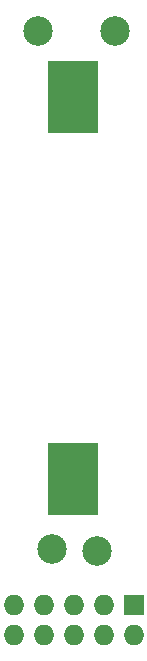
<source format=gbr>
G04 #@! TF.FileFunction,Soldermask,Bot*
%FSLAX46Y46*%
G04 Gerber Fmt 4.6, Leading zero omitted, Abs format (unit mm)*
G04 Created by KiCad (PCBNEW (2015-08-06 BZR 6058)-product) date Thu 06 Aug 2015 02:07:34 PM PDT*
%MOMM*%
G01*
G04 APERTURE LIST*
%ADD10C,0.100000*%
%ADD11R,4.200000X6.200000*%
%ADD12C,2.499360*%
%ADD13R,1.727200X1.727200*%
%ADD14O,1.727200X1.727200*%
%ADD15C,2.500000*%
G04 APERTURE END LIST*
D10*
D11*
X121100000Y-99800000D03*
X121100000Y-132100000D03*
D12*
X119350000Y-138050000D03*
X123150000Y-138200000D03*
D13*
X126275000Y-142775000D03*
D14*
X126275000Y-145315000D03*
X123735000Y-142775000D03*
X123735000Y-145315000D03*
X121195000Y-142775000D03*
X121195000Y-145315000D03*
X118655000Y-142775000D03*
X118655000Y-145315000D03*
X116115000Y-142775000D03*
X116115000Y-145315000D03*
D15*
X124650000Y-94150000D03*
X118150000Y-94150000D03*
M02*

</source>
